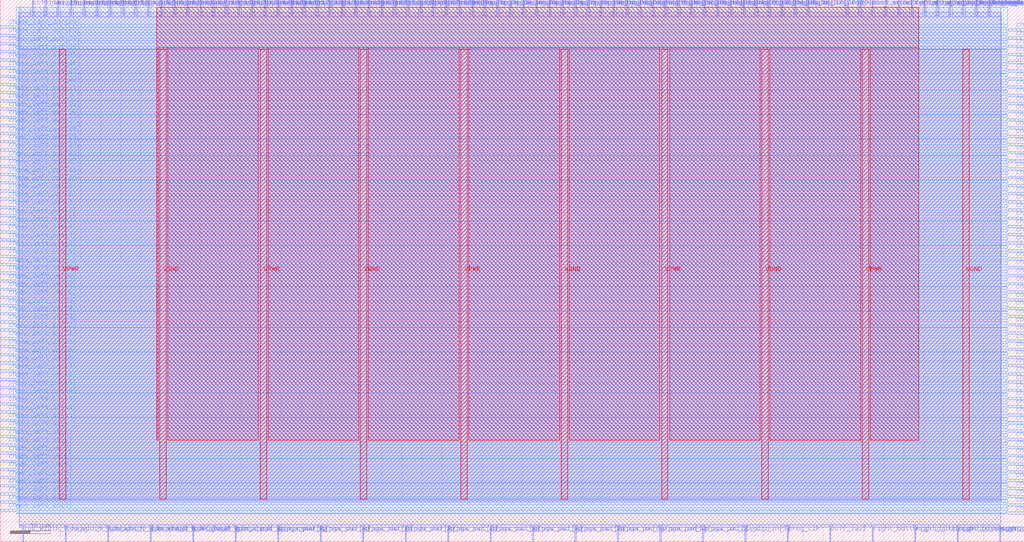
<source format=lef>
VERSION 5.7 ;
  NOWIREEXTENSIONATPIN ON ;
  DIVIDERCHAR "/" ;
  BUSBITCHARS "[]" ;
MACRO bottom_tile
  CLASS BLOCK ;
  FOREIGN bottom_tile ;
  ORIGIN 0.000 0.000 ;
  SIZE 255.000 BY 135.000 ;
  PIN VGND
    DIRECTION INOUT ;
    USE GROUND ;
    PORT
      LAYER met4 ;
        RECT 39.720 10.640 41.320 122.640 ;
    END
    PORT
      LAYER met4 ;
        RECT 89.720 10.640 91.320 122.640 ;
    END
    PORT
      LAYER met4 ;
        RECT 139.720 10.640 141.320 122.640 ;
    END
    PORT
      LAYER met4 ;
        RECT 189.720 10.640 191.320 122.640 ;
    END
    PORT
      LAYER met4 ;
        RECT 239.720 10.640 241.320 122.640 ;
    END
  END VGND
  PIN VPWR
    DIRECTION INOUT ;
    USE POWER ;
    PORT
      LAYER met4 ;
        RECT 14.720 10.640 16.320 122.640 ;
    END
    PORT
      LAYER met4 ;
        RECT 64.720 10.640 66.320 122.640 ;
    END
    PORT
      LAYER met4 ;
        RECT 114.720 10.640 116.320 122.640 ;
    END
    PORT
      LAYER met4 ;
        RECT 164.720 10.640 166.320 122.640 ;
    END
    PORT
      LAYER met4 ;
        RECT 214.720 10.640 216.320 122.640 ;
    END
  END VPWR
  PIN ccff_head
    DIRECTION INPUT ;
    USE SIGNAL ;
    PORT
      LAYER met2 ;
        RECT 47.930 0.000 48.210 4.000 ;
    END
  END ccff_head
  PIN ccff_head_1
    DIRECTION INPUT ;
    USE SIGNAL ;
    PORT
      LAYER met2 ;
        RECT 246.190 131.000 246.470 135.000 ;
    END
  END ccff_head_1
  PIN ccff_tail
    DIRECTION OUTPUT TRISTATE ;
    USE SIGNAL ;
    PORT
      LAYER met2 ;
        RECT 206.630 0.000 206.910 4.000 ;
    END
  END ccff_tail
  PIN ccff_tail_0
    DIRECTION OUTPUT TRISTATE ;
    USE SIGNAL ;
    PORT
      LAYER met2 ;
        RECT 7.910 131.000 8.190 135.000 ;
    END
  END ccff_tail_0
  PIN chanx_left_in[0]
    DIRECTION INPUT ;
    USE SIGNAL ;
    PORT
      LAYER met3 ;
        RECT 0.000 7.520 4.000 8.120 ;
    END
  END chanx_left_in[0]
  PIN chanx_left_in[10]
    DIRECTION INPUT ;
    USE SIGNAL ;
    PORT
      LAYER met3 ;
        RECT 0.000 27.920 4.000 28.520 ;
    END
  END chanx_left_in[10]
  PIN chanx_left_in[11]
    DIRECTION INPUT ;
    USE SIGNAL ;
    PORT
      LAYER met3 ;
        RECT 0.000 29.960 4.000 30.560 ;
    END
  END chanx_left_in[11]
  PIN chanx_left_in[12]
    DIRECTION INPUT ;
    USE SIGNAL ;
    PORT
      LAYER met3 ;
        RECT 0.000 32.000 4.000 32.600 ;
    END
  END chanx_left_in[12]
  PIN chanx_left_in[13]
    DIRECTION INPUT ;
    USE SIGNAL ;
    PORT
      LAYER met3 ;
        RECT 0.000 34.040 4.000 34.640 ;
    END
  END chanx_left_in[13]
  PIN chanx_left_in[14]
    DIRECTION INPUT ;
    USE SIGNAL ;
    PORT
      LAYER met3 ;
        RECT 0.000 36.080 4.000 36.680 ;
    END
  END chanx_left_in[14]
  PIN chanx_left_in[15]
    DIRECTION INPUT ;
    USE SIGNAL ;
    PORT
      LAYER met3 ;
        RECT 0.000 38.120 4.000 38.720 ;
    END
  END chanx_left_in[15]
  PIN chanx_left_in[16]
    DIRECTION INPUT ;
    USE SIGNAL ;
    PORT
      LAYER met3 ;
        RECT 0.000 40.160 4.000 40.760 ;
    END
  END chanx_left_in[16]
  PIN chanx_left_in[17]
    DIRECTION INPUT ;
    USE SIGNAL ;
    PORT
      LAYER met3 ;
        RECT 0.000 42.200 4.000 42.800 ;
    END
  END chanx_left_in[17]
  PIN chanx_left_in[18]
    DIRECTION INPUT ;
    USE SIGNAL ;
    PORT
      LAYER met3 ;
        RECT 0.000 44.240 4.000 44.840 ;
    END
  END chanx_left_in[18]
  PIN chanx_left_in[19]
    DIRECTION INPUT ;
    USE SIGNAL ;
    PORT
      LAYER met3 ;
        RECT 0.000 46.280 4.000 46.880 ;
    END
  END chanx_left_in[19]
  PIN chanx_left_in[1]
    DIRECTION INPUT ;
    USE SIGNAL ;
    PORT
      LAYER met3 ;
        RECT 0.000 9.560 4.000 10.160 ;
    END
  END chanx_left_in[1]
  PIN chanx_left_in[20]
    DIRECTION INPUT ;
    USE SIGNAL ;
    PORT
      LAYER met3 ;
        RECT 0.000 48.320 4.000 48.920 ;
    END
  END chanx_left_in[20]
  PIN chanx_left_in[21]
    DIRECTION INPUT ;
    USE SIGNAL ;
    PORT
      LAYER met3 ;
        RECT 0.000 50.360 4.000 50.960 ;
    END
  END chanx_left_in[21]
  PIN chanx_left_in[22]
    DIRECTION INPUT ;
    USE SIGNAL ;
    PORT
      LAYER met3 ;
        RECT 0.000 52.400 4.000 53.000 ;
    END
  END chanx_left_in[22]
  PIN chanx_left_in[23]
    DIRECTION INPUT ;
    USE SIGNAL ;
    PORT
      LAYER met3 ;
        RECT 0.000 54.440 4.000 55.040 ;
    END
  END chanx_left_in[23]
  PIN chanx_left_in[24]
    DIRECTION INPUT ;
    USE SIGNAL ;
    PORT
      LAYER met3 ;
        RECT 0.000 56.480 4.000 57.080 ;
    END
  END chanx_left_in[24]
  PIN chanx_left_in[25]
    DIRECTION INPUT ;
    USE SIGNAL ;
    PORT
      LAYER met3 ;
        RECT 0.000 58.520 4.000 59.120 ;
    END
  END chanx_left_in[25]
  PIN chanx_left_in[26]
    DIRECTION INPUT ;
    USE SIGNAL ;
    PORT
      LAYER met3 ;
        RECT 0.000 60.560 4.000 61.160 ;
    END
  END chanx_left_in[26]
  PIN chanx_left_in[27]
    DIRECTION INPUT ;
    USE SIGNAL ;
    PORT
      LAYER met3 ;
        RECT 0.000 62.600 4.000 63.200 ;
    END
  END chanx_left_in[27]
  PIN chanx_left_in[28]
    DIRECTION INPUT ;
    USE SIGNAL ;
    PORT
      LAYER met3 ;
        RECT 0.000 64.640 4.000 65.240 ;
    END
  END chanx_left_in[28]
  PIN chanx_left_in[29]
    DIRECTION INPUT ;
    USE SIGNAL ;
    PORT
      LAYER met3 ;
        RECT 0.000 66.680 4.000 67.280 ;
    END
  END chanx_left_in[29]
  PIN chanx_left_in[2]
    DIRECTION INPUT ;
    USE SIGNAL ;
    PORT
      LAYER met3 ;
        RECT 0.000 11.600 4.000 12.200 ;
    END
  END chanx_left_in[2]
  PIN chanx_left_in[3]
    DIRECTION INPUT ;
    USE SIGNAL ;
    PORT
      LAYER met3 ;
        RECT 0.000 13.640 4.000 14.240 ;
    END
  END chanx_left_in[3]
  PIN chanx_left_in[4]
    DIRECTION INPUT ;
    USE SIGNAL ;
    PORT
      LAYER met3 ;
        RECT 0.000 15.680 4.000 16.280 ;
    END
  END chanx_left_in[4]
  PIN chanx_left_in[5]
    DIRECTION INPUT ;
    USE SIGNAL ;
    PORT
      LAYER met3 ;
        RECT 0.000 17.720 4.000 18.320 ;
    END
  END chanx_left_in[5]
  PIN chanx_left_in[6]
    DIRECTION INPUT ;
    USE SIGNAL ;
    PORT
      LAYER met3 ;
        RECT 0.000 19.760 4.000 20.360 ;
    END
  END chanx_left_in[6]
  PIN chanx_left_in[7]
    DIRECTION INPUT ;
    USE SIGNAL ;
    PORT
      LAYER met3 ;
        RECT 0.000 21.800 4.000 22.400 ;
    END
  END chanx_left_in[7]
  PIN chanx_left_in[8]
    DIRECTION INPUT ;
    USE SIGNAL ;
    PORT
      LAYER met3 ;
        RECT 0.000 23.840 4.000 24.440 ;
    END
  END chanx_left_in[8]
  PIN chanx_left_in[9]
    DIRECTION INPUT ;
    USE SIGNAL ;
    PORT
      LAYER met3 ;
        RECT 0.000 25.880 4.000 26.480 ;
    END
  END chanx_left_in[9]
  PIN chanx_left_out[0]
    DIRECTION OUTPUT TRISTATE ;
    USE SIGNAL ;
    PORT
      LAYER met3 ;
        RECT 0.000 68.720 4.000 69.320 ;
    END
  END chanx_left_out[0]
  PIN chanx_left_out[10]
    DIRECTION OUTPUT TRISTATE ;
    USE SIGNAL ;
    PORT
      LAYER met3 ;
        RECT 0.000 89.120 4.000 89.720 ;
    END
  END chanx_left_out[10]
  PIN chanx_left_out[11]
    DIRECTION OUTPUT TRISTATE ;
    USE SIGNAL ;
    PORT
      LAYER met3 ;
        RECT 0.000 91.160 4.000 91.760 ;
    END
  END chanx_left_out[11]
  PIN chanx_left_out[12]
    DIRECTION OUTPUT TRISTATE ;
    USE SIGNAL ;
    PORT
      LAYER met3 ;
        RECT 0.000 93.200 4.000 93.800 ;
    END
  END chanx_left_out[12]
  PIN chanx_left_out[13]
    DIRECTION OUTPUT TRISTATE ;
    USE SIGNAL ;
    PORT
      LAYER met3 ;
        RECT 0.000 95.240 4.000 95.840 ;
    END
  END chanx_left_out[13]
  PIN chanx_left_out[14]
    DIRECTION OUTPUT TRISTATE ;
    USE SIGNAL ;
    PORT
      LAYER met3 ;
        RECT 0.000 97.280 4.000 97.880 ;
    END
  END chanx_left_out[14]
  PIN chanx_left_out[15]
    DIRECTION OUTPUT TRISTATE ;
    USE SIGNAL ;
    PORT
      LAYER met3 ;
        RECT 0.000 99.320 4.000 99.920 ;
    END
  END chanx_left_out[15]
  PIN chanx_left_out[16]
    DIRECTION OUTPUT TRISTATE ;
    USE SIGNAL ;
    PORT
      LAYER met3 ;
        RECT 0.000 101.360 4.000 101.960 ;
    END
  END chanx_left_out[16]
  PIN chanx_left_out[17]
    DIRECTION OUTPUT TRISTATE ;
    USE SIGNAL ;
    PORT
      LAYER met3 ;
        RECT 0.000 103.400 4.000 104.000 ;
    END
  END chanx_left_out[17]
  PIN chanx_left_out[18]
    DIRECTION OUTPUT TRISTATE ;
    USE SIGNAL ;
    PORT
      LAYER met3 ;
        RECT 0.000 105.440 4.000 106.040 ;
    END
  END chanx_left_out[18]
  PIN chanx_left_out[19]
    DIRECTION OUTPUT TRISTATE ;
    USE SIGNAL ;
    PORT
      LAYER met3 ;
        RECT 0.000 107.480 4.000 108.080 ;
    END
  END chanx_left_out[19]
  PIN chanx_left_out[1]
    DIRECTION OUTPUT TRISTATE ;
    USE SIGNAL ;
    PORT
      LAYER met3 ;
        RECT 0.000 70.760 4.000 71.360 ;
    END
  END chanx_left_out[1]
  PIN chanx_left_out[20]
    DIRECTION OUTPUT TRISTATE ;
    USE SIGNAL ;
    PORT
      LAYER met3 ;
        RECT 0.000 109.520 4.000 110.120 ;
    END
  END chanx_left_out[20]
  PIN chanx_left_out[21]
    DIRECTION OUTPUT TRISTATE ;
    USE SIGNAL ;
    PORT
      LAYER met3 ;
        RECT 0.000 111.560 4.000 112.160 ;
    END
  END chanx_left_out[21]
  PIN chanx_left_out[22]
    DIRECTION OUTPUT TRISTATE ;
    USE SIGNAL ;
    PORT
      LAYER met3 ;
        RECT 0.000 113.600 4.000 114.200 ;
    END
  END chanx_left_out[22]
  PIN chanx_left_out[23]
    DIRECTION OUTPUT TRISTATE ;
    USE SIGNAL ;
    PORT
      LAYER met3 ;
        RECT 0.000 115.640 4.000 116.240 ;
    END
  END chanx_left_out[23]
  PIN chanx_left_out[24]
    DIRECTION OUTPUT TRISTATE ;
    USE SIGNAL ;
    PORT
      LAYER met3 ;
        RECT 0.000 117.680 4.000 118.280 ;
    END
  END chanx_left_out[24]
  PIN chanx_left_out[25]
    DIRECTION OUTPUT TRISTATE ;
    USE SIGNAL ;
    PORT
      LAYER met3 ;
        RECT 0.000 119.720 4.000 120.320 ;
    END
  END chanx_left_out[25]
  PIN chanx_left_out[26]
    DIRECTION OUTPUT TRISTATE ;
    USE SIGNAL ;
    PORT
      LAYER met3 ;
        RECT 0.000 121.760 4.000 122.360 ;
    END
  END chanx_left_out[26]
  PIN chanx_left_out[27]
    DIRECTION OUTPUT TRISTATE ;
    USE SIGNAL ;
    PORT
      LAYER met3 ;
        RECT 0.000 123.800 4.000 124.400 ;
    END
  END chanx_left_out[27]
  PIN chanx_left_out[28]
    DIRECTION OUTPUT TRISTATE ;
    USE SIGNAL ;
    PORT
      LAYER met3 ;
        RECT 0.000 125.840 4.000 126.440 ;
    END
  END chanx_left_out[28]
  PIN chanx_left_out[29]
    DIRECTION OUTPUT TRISTATE ;
    USE SIGNAL ;
    PORT
      LAYER met3 ;
        RECT 0.000 127.880 4.000 128.480 ;
    END
  END chanx_left_out[29]
  PIN chanx_left_out[2]
    DIRECTION OUTPUT TRISTATE ;
    USE SIGNAL ;
    PORT
      LAYER met3 ;
        RECT 0.000 72.800 4.000 73.400 ;
    END
  END chanx_left_out[2]
  PIN chanx_left_out[3]
    DIRECTION OUTPUT TRISTATE ;
    USE SIGNAL ;
    PORT
      LAYER met3 ;
        RECT 0.000 74.840 4.000 75.440 ;
    END
  END chanx_left_out[3]
  PIN chanx_left_out[4]
    DIRECTION OUTPUT TRISTATE ;
    USE SIGNAL ;
    PORT
      LAYER met3 ;
        RECT 0.000 76.880 4.000 77.480 ;
    END
  END chanx_left_out[4]
  PIN chanx_left_out[5]
    DIRECTION OUTPUT TRISTATE ;
    USE SIGNAL ;
    PORT
      LAYER met3 ;
        RECT 0.000 78.920 4.000 79.520 ;
    END
  END chanx_left_out[5]
  PIN chanx_left_out[6]
    DIRECTION OUTPUT TRISTATE ;
    USE SIGNAL ;
    PORT
      LAYER met3 ;
        RECT 0.000 80.960 4.000 81.560 ;
    END
  END chanx_left_out[6]
  PIN chanx_left_out[7]
    DIRECTION OUTPUT TRISTATE ;
    USE SIGNAL ;
    PORT
      LAYER met3 ;
        RECT 0.000 83.000 4.000 83.600 ;
    END
  END chanx_left_out[7]
  PIN chanx_left_out[8]
    DIRECTION OUTPUT TRISTATE ;
    USE SIGNAL ;
    PORT
      LAYER met3 ;
        RECT 0.000 85.040 4.000 85.640 ;
    END
  END chanx_left_out[8]
  PIN chanx_left_out[9]
    DIRECTION OUTPUT TRISTATE ;
    USE SIGNAL ;
    PORT
      LAYER met3 ;
        RECT 0.000 87.080 4.000 87.680 ;
    END
  END chanx_left_out[9]
  PIN chanx_right_in_0[0]
    DIRECTION INPUT ;
    USE SIGNAL ;
    PORT
      LAYER met3 ;
        RECT 251.000 68.040 255.000 68.640 ;
    END
  END chanx_right_in_0[0]
  PIN chanx_right_in_0[10]
    DIRECTION INPUT ;
    USE SIGNAL ;
    PORT
      LAYER met3 ;
        RECT 251.000 88.440 255.000 89.040 ;
    END
  END chanx_right_in_0[10]
  PIN chanx_right_in_0[11]
    DIRECTION INPUT ;
    USE SIGNAL ;
    PORT
      LAYER met3 ;
        RECT 251.000 90.480 255.000 91.080 ;
    END
  END chanx_right_in_0[11]
  PIN chanx_right_in_0[12]
    DIRECTION INPUT ;
    USE SIGNAL ;
    PORT
      LAYER met3 ;
        RECT 251.000 92.520 255.000 93.120 ;
    END
  END chanx_right_in_0[12]
  PIN chanx_right_in_0[13]
    DIRECTION INPUT ;
    USE SIGNAL ;
    PORT
      LAYER met3 ;
        RECT 251.000 94.560 255.000 95.160 ;
    END
  END chanx_right_in_0[13]
  PIN chanx_right_in_0[14]
    DIRECTION INPUT ;
    USE SIGNAL ;
    PORT
      LAYER met3 ;
        RECT 251.000 96.600 255.000 97.200 ;
    END
  END chanx_right_in_0[14]
  PIN chanx_right_in_0[15]
    DIRECTION INPUT ;
    USE SIGNAL ;
    PORT
      LAYER met3 ;
        RECT 251.000 98.640 255.000 99.240 ;
    END
  END chanx_right_in_0[15]
  PIN chanx_right_in_0[16]
    DIRECTION INPUT ;
    USE SIGNAL ;
    PORT
      LAYER met3 ;
        RECT 251.000 100.680 255.000 101.280 ;
    END
  END chanx_right_in_0[16]
  PIN chanx_right_in_0[17]
    DIRECTION INPUT ;
    USE SIGNAL ;
    PORT
      LAYER met3 ;
        RECT 251.000 102.720 255.000 103.320 ;
    END
  END chanx_right_in_0[17]
  PIN chanx_right_in_0[18]
    DIRECTION INPUT ;
    USE SIGNAL ;
    PORT
      LAYER met3 ;
        RECT 251.000 104.760 255.000 105.360 ;
    END
  END chanx_right_in_0[18]
  PIN chanx_right_in_0[19]
    DIRECTION INPUT ;
    USE SIGNAL ;
    PORT
      LAYER met3 ;
        RECT 251.000 106.800 255.000 107.400 ;
    END
  END chanx_right_in_0[19]
  PIN chanx_right_in_0[1]
    DIRECTION INPUT ;
    USE SIGNAL ;
    PORT
      LAYER met3 ;
        RECT 251.000 70.080 255.000 70.680 ;
    END
  END chanx_right_in_0[1]
  PIN chanx_right_in_0[20]
    DIRECTION INPUT ;
    USE SIGNAL ;
    PORT
      LAYER met3 ;
        RECT 251.000 108.840 255.000 109.440 ;
    END
  END chanx_right_in_0[20]
  PIN chanx_right_in_0[21]
    DIRECTION INPUT ;
    USE SIGNAL ;
    PORT
      LAYER met3 ;
        RECT 251.000 110.880 255.000 111.480 ;
    END
  END chanx_right_in_0[21]
  PIN chanx_right_in_0[22]
    DIRECTION INPUT ;
    USE SIGNAL ;
    PORT
      LAYER met3 ;
        RECT 251.000 112.920 255.000 113.520 ;
    END
  END chanx_right_in_0[22]
  PIN chanx_right_in_0[23]
    DIRECTION INPUT ;
    USE SIGNAL ;
    PORT
      LAYER met3 ;
        RECT 251.000 114.960 255.000 115.560 ;
    END
  END chanx_right_in_0[23]
  PIN chanx_right_in_0[24]
    DIRECTION INPUT ;
    USE SIGNAL ;
    PORT
      LAYER met3 ;
        RECT 251.000 117.000 255.000 117.600 ;
    END
  END chanx_right_in_0[24]
  PIN chanx_right_in_0[25]
    DIRECTION INPUT ;
    USE SIGNAL ;
    PORT
      LAYER met3 ;
        RECT 251.000 119.040 255.000 119.640 ;
    END
  END chanx_right_in_0[25]
  PIN chanx_right_in_0[26]
    DIRECTION INPUT ;
    USE SIGNAL ;
    PORT
      LAYER met3 ;
        RECT 251.000 121.080 255.000 121.680 ;
    END
  END chanx_right_in_0[26]
  PIN chanx_right_in_0[27]
    DIRECTION INPUT ;
    USE SIGNAL ;
    PORT
      LAYER met3 ;
        RECT 251.000 123.120 255.000 123.720 ;
    END
  END chanx_right_in_0[27]
  PIN chanx_right_in_0[28]
    DIRECTION INPUT ;
    USE SIGNAL ;
    PORT
      LAYER met3 ;
        RECT 251.000 125.160 255.000 125.760 ;
    END
  END chanx_right_in_0[28]
  PIN chanx_right_in_0[29]
    DIRECTION INPUT ;
    USE SIGNAL ;
    PORT
      LAYER met3 ;
        RECT 251.000 127.200 255.000 127.800 ;
    END
  END chanx_right_in_0[29]
  PIN chanx_right_in_0[2]
    DIRECTION INPUT ;
    USE SIGNAL ;
    PORT
      LAYER met3 ;
        RECT 251.000 72.120 255.000 72.720 ;
    END
  END chanx_right_in_0[2]
  PIN chanx_right_in_0[3]
    DIRECTION INPUT ;
    USE SIGNAL ;
    PORT
      LAYER met3 ;
        RECT 251.000 74.160 255.000 74.760 ;
    END
  END chanx_right_in_0[3]
  PIN chanx_right_in_0[4]
    DIRECTION INPUT ;
    USE SIGNAL ;
    PORT
      LAYER met3 ;
        RECT 251.000 76.200 255.000 76.800 ;
    END
  END chanx_right_in_0[4]
  PIN chanx_right_in_0[5]
    DIRECTION INPUT ;
    USE SIGNAL ;
    PORT
      LAYER met3 ;
        RECT 251.000 78.240 255.000 78.840 ;
    END
  END chanx_right_in_0[5]
  PIN chanx_right_in_0[6]
    DIRECTION INPUT ;
    USE SIGNAL ;
    PORT
      LAYER met3 ;
        RECT 251.000 80.280 255.000 80.880 ;
    END
  END chanx_right_in_0[6]
  PIN chanx_right_in_0[7]
    DIRECTION INPUT ;
    USE SIGNAL ;
    PORT
      LAYER met3 ;
        RECT 251.000 82.320 255.000 82.920 ;
    END
  END chanx_right_in_0[7]
  PIN chanx_right_in_0[8]
    DIRECTION INPUT ;
    USE SIGNAL ;
    PORT
      LAYER met3 ;
        RECT 251.000 84.360 255.000 84.960 ;
    END
  END chanx_right_in_0[8]
  PIN chanx_right_in_0[9]
    DIRECTION INPUT ;
    USE SIGNAL ;
    PORT
      LAYER met3 ;
        RECT 251.000 86.400 255.000 87.000 ;
    END
  END chanx_right_in_0[9]
  PIN chanx_right_out_0[0]
    DIRECTION OUTPUT TRISTATE ;
    USE SIGNAL ;
    PORT
      LAYER met3 ;
        RECT 251.000 6.840 255.000 7.440 ;
    END
  END chanx_right_out_0[0]
  PIN chanx_right_out_0[10]
    DIRECTION OUTPUT TRISTATE ;
    USE SIGNAL ;
    PORT
      LAYER met3 ;
        RECT 251.000 27.240 255.000 27.840 ;
    END
  END chanx_right_out_0[10]
  PIN chanx_right_out_0[11]
    DIRECTION OUTPUT TRISTATE ;
    USE SIGNAL ;
    PORT
      LAYER met3 ;
        RECT 251.000 29.280 255.000 29.880 ;
    END
  END chanx_right_out_0[11]
  PIN chanx_right_out_0[12]
    DIRECTION OUTPUT TRISTATE ;
    USE SIGNAL ;
    PORT
      LAYER met3 ;
        RECT 251.000 31.320 255.000 31.920 ;
    END
  END chanx_right_out_0[12]
  PIN chanx_right_out_0[13]
    DIRECTION OUTPUT TRISTATE ;
    USE SIGNAL ;
    PORT
      LAYER met3 ;
        RECT 251.000 33.360 255.000 33.960 ;
    END
  END chanx_right_out_0[13]
  PIN chanx_right_out_0[14]
    DIRECTION OUTPUT TRISTATE ;
    USE SIGNAL ;
    PORT
      LAYER met3 ;
        RECT 251.000 35.400 255.000 36.000 ;
    END
  END chanx_right_out_0[14]
  PIN chanx_right_out_0[15]
    DIRECTION OUTPUT TRISTATE ;
    USE SIGNAL ;
    PORT
      LAYER met3 ;
        RECT 251.000 37.440 255.000 38.040 ;
    END
  END chanx_right_out_0[15]
  PIN chanx_right_out_0[16]
    DIRECTION OUTPUT TRISTATE ;
    USE SIGNAL ;
    PORT
      LAYER met3 ;
        RECT 251.000 39.480 255.000 40.080 ;
    END
  END chanx_right_out_0[16]
  PIN chanx_right_out_0[17]
    DIRECTION OUTPUT TRISTATE ;
    USE SIGNAL ;
    PORT
      LAYER met3 ;
        RECT 251.000 41.520 255.000 42.120 ;
    END
  END chanx_right_out_0[17]
  PIN chanx_right_out_0[18]
    DIRECTION OUTPUT TRISTATE ;
    USE SIGNAL ;
    PORT
      LAYER met3 ;
        RECT 251.000 43.560 255.000 44.160 ;
    END
  END chanx_right_out_0[18]
  PIN chanx_right_out_0[19]
    DIRECTION OUTPUT TRISTATE ;
    USE SIGNAL ;
    PORT
      LAYER met3 ;
        RECT 251.000 45.600 255.000 46.200 ;
    END
  END chanx_right_out_0[19]
  PIN chanx_right_out_0[1]
    DIRECTION OUTPUT TRISTATE ;
    USE SIGNAL ;
    PORT
      LAYER met3 ;
        RECT 251.000 8.880 255.000 9.480 ;
    END
  END chanx_right_out_0[1]
  PIN chanx_right_out_0[20]
    DIRECTION OUTPUT TRISTATE ;
    USE SIGNAL ;
    PORT
      LAYER met3 ;
        RECT 251.000 47.640 255.000 48.240 ;
    END
  END chanx_right_out_0[20]
  PIN chanx_right_out_0[21]
    DIRECTION OUTPUT TRISTATE ;
    USE SIGNAL ;
    PORT
      LAYER met3 ;
        RECT 251.000 49.680 255.000 50.280 ;
    END
  END chanx_right_out_0[21]
  PIN chanx_right_out_0[22]
    DIRECTION OUTPUT TRISTATE ;
    USE SIGNAL ;
    PORT
      LAYER met3 ;
        RECT 251.000 51.720 255.000 52.320 ;
    END
  END chanx_right_out_0[22]
  PIN chanx_right_out_0[23]
    DIRECTION OUTPUT TRISTATE ;
    USE SIGNAL ;
    PORT
      LAYER met3 ;
        RECT 251.000 53.760 255.000 54.360 ;
    END
  END chanx_right_out_0[23]
  PIN chanx_right_out_0[24]
    DIRECTION OUTPUT TRISTATE ;
    USE SIGNAL ;
    PORT
      LAYER met3 ;
        RECT 251.000 55.800 255.000 56.400 ;
    END
  END chanx_right_out_0[24]
  PIN chanx_right_out_0[25]
    DIRECTION OUTPUT TRISTATE ;
    USE SIGNAL ;
    PORT
      LAYER met3 ;
        RECT 251.000 57.840 255.000 58.440 ;
    END
  END chanx_right_out_0[25]
  PIN chanx_right_out_0[26]
    DIRECTION OUTPUT TRISTATE ;
    USE SIGNAL ;
    PORT
      LAYER met3 ;
        RECT 251.000 59.880 255.000 60.480 ;
    END
  END chanx_right_out_0[26]
  PIN chanx_right_out_0[27]
    DIRECTION OUTPUT TRISTATE ;
    USE SIGNAL ;
    PORT
      LAYER met3 ;
        RECT 251.000 61.920 255.000 62.520 ;
    END
  END chanx_right_out_0[27]
  PIN chanx_right_out_0[28]
    DIRECTION OUTPUT TRISTATE ;
    USE SIGNAL ;
    PORT
      LAYER met3 ;
        RECT 251.000 63.960 255.000 64.560 ;
    END
  END chanx_right_out_0[28]
  PIN chanx_right_out_0[29]
    DIRECTION OUTPUT TRISTATE ;
    USE SIGNAL ;
    PORT
      LAYER met3 ;
        RECT 251.000 66.000 255.000 66.600 ;
    END
  END chanx_right_out_0[29]
  PIN chanx_right_out_0[2]
    DIRECTION OUTPUT TRISTATE ;
    USE SIGNAL ;
    PORT
      LAYER met3 ;
        RECT 251.000 10.920 255.000 11.520 ;
    END
  END chanx_right_out_0[2]
  PIN chanx_right_out_0[3]
    DIRECTION OUTPUT TRISTATE ;
    USE SIGNAL ;
    PORT
      LAYER met3 ;
        RECT 251.000 12.960 255.000 13.560 ;
    END
  END chanx_right_out_0[3]
  PIN chanx_right_out_0[4]
    DIRECTION OUTPUT TRISTATE ;
    USE SIGNAL ;
    PORT
      LAYER met3 ;
        RECT 251.000 15.000 255.000 15.600 ;
    END
  END chanx_right_out_0[4]
  PIN chanx_right_out_0[5]
    DIRECTION OUTPUT TRISTATE ;
    USE SIGNAL ;
    PORT
      LAYER met3 ;
        RECT 251.000 17.040 255.000 17.640 ;
    END
  END chanx_right_out_0[5]
  PIN chanx_right_out_0[6]
    DIRECTION OUTPUT TRISTATE ;
    USE SIGNAL ;
    PORT
      LAYER met3 ;
        RECT 251.000 19.080 255.000 19.680 ;
    END
  END chanx_right_out_0[6]
  PIN chanx_right_out_0[7]
    DIRECTION OUTPUT TRISTATE ;
    USE SIGNAL ;
    PORT
      LAYER met3 ;
        RECT 251.000 21.120 255.000 21.720 ;
    END
  END chanx_right_out_0[7]
  PIN chanx_right_out_0[8]
    DIRECTION OUTPUT TRISTATE ;
    USE SIGNAL ;
    PORT
      LAYER met3 ;
        RECT 251.000 23.160 255.000 23.760 ;
    END
  END chanx_right_out_0[8]
  PIN chanx_right_out_0[9]
    DIRECTION OUTPUT TRISTATE ;
    USE SIGNAL ;
    PORT
      LAYER met3 ;
        RECT 251.000 25.200 255.000 25.800 ;
    END
  END chanx_right_out_0[9]
  PIN chany_top_in[0]
    DIRECTION INPUT ;
    USE SIGNAL ;
    PORT
      LAYER met2 ;
        RECT 107.730 131.000 108.010 135.000 ;
    END
  END chany_top_in[0]
  PIN chany_top_in[10]
    DIRECTION INPUT ;
    USE SIGNAL ;
    PORT
      LAYER met2 ;
        RECT 139.930 131.000 140.210 135.000 ;
    END
  END chany_top_in[10]
  PIN chany_top_in[11]
    DIRECTION INPUT ;
    USE SIGNAL ;
    PORT
      LAYER met2 ;
        RECT 143.150 131.000 143.430 135.000 ;
    END
  END chany_top_in[11]
  PIN chany_top_in[12]
    DIRECTION INPUT ;
    USE SIGNAL ;
    PORT
      LAYER met2 ;
        RECT 146.370 131.000 146.650 135.000 ;
    END
  END chany_top_in[12]
  PIN chany_top_in[13]
    DIRECTION INPUT ;
    USE SIGNAL ;
    PORT
      LAYER met2 ;
        RECT 149.590 131.000 149.870 135.000 ;
    END
  END chany_top_in[13]
  PIN chany_top_in[14]
    DIRECTION INPUT ;
    USE SIGNAL ;
    PORT
      LAYER met2 ;
        RECT 152.810 131.000 153.090 135.000 ;
    END
  END chany_top_in[14]
  PIN chany_top_in[15]
    DIRECTION INPUT ;
    USE SIGNAL ;
    PORT
      LAYER met2 ;
        RECT 156.030 131.000 156.310 135.000 ;
    END
  END chany_top_in[15]
  PIN chany_top_in[16]
    DIRECTION INPUT ;
    USE SIGNAL ;
    PORT
      LAYER met2 ;
        RECT 159.250 131.000 159.530 135.000 ;
    END
  END chany_top_in[16]
  PIN chany_top_in[17]
    DIRECTION INPUT ;
    USE SIGNAL ;
    PORT
      LAYER met2 ;
        RECT 162.470 131.000 162.750 135.000 ;
    END
  END chany_top_in[17]
  PIN chany_top_in[18]
    DIRECTION INPUT ;
    USE SIGNAL ;
    PORT
      LAYER met2 ;
        RECT 165.690 131.000 165.970 135.000 ;
    END
  END chany_top_in[18]
  PIN chany_top_in[19]
    DIRECTION INPUT ;
    USE SIGNAL ;
    PORT
      LAYER met2 ;
        RECT 168.910 131.000 169.190 135.000 ;
    END
  END chany_top_in[19]
  PIN chany_top_in[1]
    DIRECTION INPUT ;
    USE SIGNAL ;
    PORT
      LAYER met2 ;
        RECT 110.950 131.000 111.230 135.000 ;
    END
  END chany_top_in[1]
  PIN chany_top_in[20]
    DIRECTION INPUT ;
    USE SIGNAL ;
    PORT
      LAYER met2 ;
        RECT 172.130 131.000 172.410 135.000 ;
    END
  END chany_top_in[20]
  PIN chany_top_in[21]
    DIRECTION INPUT ;
    USE SIGNAL ;
    PORT
      LAYER met2 ;
        RECT 175.350 131.000 175.630 135.000 ;
    END
  END chany_top_in[21]
  PIN chany_top_in[22]
    DIRECTION INPUT ;
    USE SIGNAL ;
    PORT
      LAYER met2 ;
        RECT 178.570 131.000 178.850 135.000 ;
    END
  END chany_top_in[22]
  PIN chany_top_in[23]
    DIRECTION INPUT ;
    USE SIGNAL ;
    PORT
      LAYER met2 ;
        RECT 181.790 131.000 182.070 135.000 ;
    END
  END chany_top_in[23]
  PIN chany_top_in[24]
    DIRECTION INPUT ;
    USE SIGNAL ;
    PORT
      LAYER met2 ;
        RECT 185.010 131.000 185.290 135.000 ;
    END
  END chany_top_in[24]
  PIN chany_top_in[25]
    DIRECTION INPUT ;
    USE SIGNAL ;
    PORT
      LAYER met2 ;
        RECT 188.230 131.000 188.510 135.000 ;
    END
  END chany_top_in[25]
  PIN chany_top_in[26]
    DIRECTION INPUT ;
    USE SIGNAL ;
    PORT
      LAYER met2 ;
        RECT 191.450 131.000 191.730 135.000 ;
    END
  END chany_top_in[26]
  PIN chany_top_in[27]
    DIRECTION INPUT ;
    USE SIGNAL ;
    PORT
      LAYER met2 ;
        RECT 194.670 131.000 194.950 135.000 ;
    END
  END chany_top_in[27]
  PIN chany_top_in[28]
    DIRECTION INPUT ;
    USE SIGNAL ;
    PORT
      LAYER met2 ;
        RECT 197.890 131.000 198.170 135.000 ;
    END
  END chany_top_in[28]
  PIN chany_top_in[29]
    DIRECTION INPUT ;
    USE SIGNAL ;
    PORT
      LAYER met2 ;
        RECT 201.110 131.000 201.390 135.000 ;
    END
  END chany_top_in[29]
  PIN chany_top_in[2]
    DIRECTION INPUT ;
    USE SIGNAL ;
    PORT
      LAYER met2 ;
        RECT 114.170 131.000 114.450 135.000 ;
    END
  END chany_top_in[2]
  PIN chany_top_in[3]
    DIRECTION INPUT ;
    USE SIGNAL ;
    PORT
      LAYER met2 ;
        RECT 117.390 131.000 117.670 135.000 ;
    END
  END chany_top_in[3]
  PIN chany_top_in[4]
    DIRECTION INPUT ;
    USE SIGNAL ;
    PORT
      LAYER met2 ;
        RECT 120.610 131.000 120.890 135.000 ;
    END
  END chany_top_in[4]
  PIN chany_top_in[5]
    DIRECTION INPUT ;
    USE SIGNAL ;
    PORT
      LAYER met2 ;
        RECT 123.830 131.000 124.110 135.000 ;
    END
  END chany_top_in[5]
  PIN chany_top_in[6]
    DIRECTION INPUT ;
    USE SIGNAL ;
    PORT
      LAYER met2 ;
        RECT 127.050 131.000 127.330 135.000 ;
    END
  END chany_top_in[6]
  PIN chany_top_in[7]
    DIRECTION INPUT ;
    USE SIGNAL ;
    PORT
      LAYER met2 ;
        RECT 130.270 131.000 130.550 135.000 ;
    END
  END chany_top_in[7]
  PIN chany_top_in[8]
    DIRECTION INPUT ;
    USE SIGNAL ;
    PORT
      LAYER met2 ;
        RECT 133.490 131.000 133.770 135.000 ;
    END
  END chany_top_in[8]
  PIN chany_top_in[9]
    DIRECTION INPUT ;
    USE SIGNAL ;
    PORT
      LAYER met2 ;
        RECT 136.710 131.000 136.990 135.000 ;
    END
  END chany_top_in[9]
  PIN chany_top_out[0]
    DIRECTION OUTPUT TRISTATE ;
    USE SIGNAL ;
    PORT
      LAYER met2 ;
        RECT 11.130 131.000 11.410 135.000 ;
    END
  END chany_top_out[0]
  PIN chany_top_out[10]
    DIRECTION OUTPUT TRISTATE ;
    USE SIGNAL ;
    PORT
      LAYER met2 ;
        RECT 43.330 131.000 43.610 135.000 ;
    END
  END chany_top_out[10]
  PIN chany_top_out[11]
    DIRECTION OUTPUT TRISTATE ;
    USE SIGNAL ;
    PORT
      LAYER met2 ;
        RECT 46.550 131.000 46.830 135.000 ;
    END
  END chany_top_out[11]
  PIN chany_top_out[12]
    DIRECTION OUTPUT TRISTATE ;
    USE SIGNAL ;
    PORT
      LAYER met2 ;
        RECT 49.770 131.000 50.050 135.000 ;
    END
  END chany_top_out[12]
  PIN chany_top_out[13]
    DIRECTION OUTPUT TRISTATE ;
    USE SIGNAL ;
    PORT
      LAYER met2 ;
        RECT 52.990 131.000 53.270 135.000 ;
    END
  END chany_top_out[13]
  PIN chany_top_out[14]
    DIRECTION OUTPUT TRISTATE ;
    USE SIGNAL ;
    PORT
      LAYER met2 ;
        RECT 56.210 131.000 56.490 135.000 ;
    END
  END chany_top_out[14]
  PIN chany_top_out[15]
    DIRECTION OUTPUT TRISTATE ;
    USE SIGNAL ;
    PORT
      LAYER met2 ;
        RECT 59.430 131.000 59.710 135.000 ;
    END
  END chany_top_out[15]
  PIN chany_top_out[16]
    DIRECTION OUTPUT TRISTATE ;
    USE SIGNAL ;
    PORT
      LAYER met2 ;
        RECT 62.650 131.000 62.930 135.000 ;
    END
  END chany_top_out[16]
  PIN chany_top_out[17]
    DIRECTION OUTPUT TRISTATE ;
    USE SIGNAL ;
    PORT
      LAYER met2 ;
        RECT 65.870 131.000 66.150 135.000 ;
    END
  END chany_top_out[17]
  PIN chany_top_out[18]
    DIRECTION OUTPUT TRISTATE ;
    USE SIGNAL ;
    PORT
      LAYER met2 ;
        RECT 69.090 131.000 69.370 135.000 ;
    END
  END chany_top_out[18]
  PIN chany_top_out[19]
    DIRECTION OUTPUT TRISTATE ;
    USE SIGNAL ;
    PORT
      LAYER met2 ;
        RECT 72.310 131.000 72.590 135.000 ;
    END
  END chany_top_out[19]
  PIN chany_top_out[1]
    DIRECTION OUTPUT TRISTATE ;
    USE SIGNAL ;
    PORT
      LAYER met2 ;
        RECT 14.350 131.000 14.630 135.000 ;
    END
  END chany_top_out[1]
  PIN chany_top_out[20]
    DIRECTION OUTPUT TRISTATE ;
    USE SIGNAL ;
    PORT
      LAYER met2 ;
        RECT 75.530 131.000 75.810 135.000 ;
    END
  END chany_top_out[20]
  PIN chany_top_out[21]
    DIRECTION OUTPUT TRISTATE ;
    USE SIGNAL ;
    PORT
      LAYER met2 ;
        RECT 78.750 131.000 79.030 135.000 ;
    END
  END chany_top_out[21]
  PIN chany_top_out[22]
    DIRECTION OUTPUT TRISTATE ;
    USE SIGNAL ;
    PORT
      LAYER met2 ;
        RECT 81.970 131.000 82.250 135.000 ;
    END
  END chany_top_out[22]
  PIN chany_top_out[23]
    DIRECTION OUTPUT TRISTATE ;
    USE SIGNAL ;
    PORT
      LAYER met2 ;
        RECT 85.190 131.000 85.470 135.000 ;
    END
  END chany_top_out[23]
  PIN chany_top_out[24]
    DIRECTION OUTPUT TRISTATE ;
    USE SIGNAL ;
    PORT
      LAYER met2 ;
        RECT 88.410 131.000 88.690 135.000 ;
    END
  END chany_top_out[24]
  PIN chany_top_out[25]
    DIRECTION OUTPUT TRISTATE ;
    USE SIGNAL ;
    PORT
      LAYER met2 ;
        RECT 91.630 131.000 91.910 135.000 ;
    END
  END chany_top_out[25]
  PIN chany_top_out[26]
    DIRECTION OUTPUT TRISTATE ;
    USE SIGNAL ;
    PORT
      LAYER met2 ;
        RECT 94.850 131.000 95.130 135.000 ;
    END
  END chany_top_out[26]
  PIN chany_top_out[27]
    DIRECTION OUTPUT TRISTATE ;
    USE SIGNAL ;
    PORT
      LAYER met2 ;
        RECT 98.070 131.000 98.350 135.000 ;
    END
  END chany_top_out[27]
  PIN chany_top_out[28]
    DIRECTION OUTPUT TRISTATE ;
    USE SIGNAL ;
    PORT
      LAYER met2 ;
        RECT 101.290 131.000 101.570 135.000 ;
    END
  END chany_top_out[28]
  PIN chany_top_out[29]
    DIRECTION OUTPUT TRISTATE ;
    USE SIGNAL ;
    PORT
      LAYER met2 ;
        RECT 104.510 131.000 104.790 135.000 ;
    END
  END chany_top_out[29]
  PIN chany_top_out[2]
    DIRECTION OUTPUT TRISTATE ;
    USE SIGNAL ;
    PORT
      LAYER met2 ;
        RECT 17.570 131.000 17.850 135.000 ;
    END
  END chany_top_out[2]
  PIN chany_top_out[3]
    DIRECTION OUTPUT TRISTATE ;
    USE SIGNAL ;
    PORT
      LAYER met2 ;
        RECT 20.790 131.000 21.070 135.000 ;
    END
  END chany_top_out[3]
  PIN chany_top_out[4]
    DIRECTION OUTPUT TRISTATE ;
    USE SIGNAL ;
    PORT
      LAYER met2 ;
        RECT 24.010 131.000 24.290 135.000 ;
    END
  END chany_top_out[4]
  PIN chany_top_out[5]
    DIRECTION OUTPUT TRISTATE ;
    USE SIGNAL ;
    PORT
      LAYER met2 ;
        RECT 27.230 131.000 27.510 135.000 ;
    END
  END chany_top_out[5]
  PIN chany_top_out[6]
    DIRECTION OUTPUT TRISTATE ;
    USE SIGNAL ;
    PORT
      LAYER met2 ;
        RECT 30.450 131.000 30.730 135.000 ;
    END
  END chany_top_out[6]
  PIN chany_top_out[7]
    DIRECTION OUTPUT TRISTATE ;
    USE SIGNAL ;
    PORT
      LAYER met2 ;
        RECT 33.670 131.000 33.950 135.000 ;
    END
  END chany_top_out[7]
  PIN chany_top_out[8]
    DIRECTION OUTPUT TRISTATE ;
    USE SIGNAL ;
    PORT
      LAYER met2 ;
        RECT 36.890 131.000 37.170 135.000 ;
    END
  END chany_top_out[8]
  PIN chany_top_out[9]
    DIRECTION OUTPUT TRISTATE ;
    USE SIGNAL ;
    PORT
      LAYER met2 ;
        RECT 40.110 131.000 40.390 135.000 ;
    END
  END chany_top_out[9]
  PIN gfpga_pad_io_soc_dir[0]
    DIRECTION OUTPUT TRISTATE ;
    USE SIGNAL ;
    PORT
      LAYER met2 ;
        RECT 58.510 0.000 58.790 4.000 ;
    END
  END gfpga_pad_io_soc_dir[0]
  PIN gfpga_pad_io_soc_dir[1]
    DIRECTION OUTPUT TRISTATE ;
    USE SIGNAL ;
    PORT
      LAYER met2 ;
        RECT 69.090 0.000 69.370 4.000 ;
    END
  END gfpga_pad_io_soc_dir[1]
  PIN gfpga_pad_io_soc_dir[2]
    DIRECTION OUTPUT TRISTATE ;
    USE SIGNAL ;
    PORT
      LAYER met2 ;
        RECT 79.670 0.000 79.950 4.000 ;
    END
  END gfpga_pad_io_soc_dir[2]
  PIN gfpga_pad_io_soc_dir[3]
    DIRECTION OUTPUT TRISTATE ;
    USE SIGNAL ;
    PORT
      LAYER met2 ;
        RECT 90.250 0.000 90.530 4.000 ;
    END
  END gfpga_pad_io_soc_dir[3]
  PIN gfpga_pad_io_soc_in[0]
    DIRECTION INPUT ;
    USE SIGNAL ;
    PORT
      LAYER met2 ;
        RECT 143.150 0.000 143.430 4.000 ;
    END
  END gfpga_pad_io_soc_in[0]
  PIN gfpga_pad_io_soc_in[1]
    DIRECTION INPUT ;
    USE SIGNAL ;
    PORT
      LAYER met2 ;
        RECT 153.730 0.000 154.010 4.000 ;
    END
  END gfpga_pad_io_soc_in[1]
  PIN gfpga_pad_io_soc_in[2]
    DIRECTION INPUT ;
    USE SIGNAL ;
    PORT
      LAYER met2 ;
        RECT 164.310 0.000 164.590 4.000 ;
    END
  END gfpga_pad_io_soc_in[2]
  PIN gfpga_pad_io_soc_in[3]
    DIRECTION INPUT ;
    USE SIGNAL ;
    PORT
      LAYER met2 ;
        RECT 174.890 0.000 175.170 4.000 ;
    END
  END gfpga_pad_io_soc_in[3]
  PIN gfpga_pad_io_soc_out[0]
    DIRECTION OUTPUT TRISTATE ;
    USE SIGNAL ;
    PORT
      LAYER met2 ;
        RECT 100.830 0.000 101.110 4.000 ;
    END
  END gfpga_pad_io_soc_out[0]
  PIN gfpga_pad_io_soc_out[1]
    DIRECTION OUTPUT TRISTATE ;
    USE SIGNAL ;
    PORT
      LAYER met2 ;
        RECT 111.410 0.000 111.690 4.000 ;
    END
  END gfpga_pad_io_soc_out[1]
  PIN gfpga_pad_io_soc_out[2]
    DIRECTION OUTPUT TRISTATE ;
    USE SIGNAL ;
    PORT
      LAYER met2 ;
        RECT 121.990 0.000 122.270 4.000 ;
    END
  END gfpga_pad_io_soc_out[2]
  PIN gfpga_pad_io_soc_out[3]
    DIRECTION OUTPUT TRISTATE ;
    USE SIGNAL ;
    PORT
      LAYER met2 ;
        RECT 132.570 0.000 132.850 4.000 ;
    END
  END gfpga_pad_io_soc_out[3]
  PIN isol_n
    DIRECTION INPUT ;
    USE SIGNAL ;
    PORT
      LAYER met2 ;
        RECT 185.470 0.000 185.750 4.000 ;
    END
  END isol_n
  PIN prog_clk
    DIRECTION INPUT ;
    USE SIGNAL ;
    PORT
      LAYER met2 ;
        RECT 196.050 0.000 196.330 4.000 ;
    END
  END prog_clk
  PIN prog_reset
    DIRECTION INPUT ;
    USE SIGNAL ;
    PORT
      LAYER met2 ;
        RECT 210.770 131.000 211.050 135.000 ;
    END
  END prog_reset
  PIN reset
    DIRECTION INPUT ;
    USE SIGNAL ;
    PORT
      LAYER met2 ;
        RECT 213.990 131.000 214.270 135.000 ;
    END
  END reset
  PIN right_bottom_grid_top_width_0_height_0_subtile_0__pin_inpad_0_
    DIRECTION INPUT ;
    USE SIGNAL ;
    PORT
      LAYER met2 ;
        RECT 217.210 0.000 217.490 4.000 ;
    END
  END right_bottom_grid_top_width_0_height_0_subtile_0__pin_inpad_0_
  PIN right_bottom_grid_top_width_0_height_0_subtile_1__pin_inpad_0_
    DIRECTION INPUT ;
    USE SIGNAL ;
    PORT
      LAYER met2 ;
        RECT 227.790 0.000 228.070 4.000 ;
    END
  END right_bottom_grid_top_width_0_height_0_subtile_1__pin_inpad_0_
  PIN right_bottom_grid_top_width_0_height_0_subtile_2__pin_inpad_0_
    DIRECTION INPUT ;
    USE SIGNAL ;
    PORT
      LAYER met2 ;
        RECT 238.370 0.000 238.650 4.000 ;
    END
  END right_bottom_grid_top_width_0_height_0_subtile_2__pin_inpad_0_
  PIN right_bottom_grid_top_width_0_height_0_subtile_3__pin_inpad_0_
    DIRECTION INPUT ;
    USE SIGNAL ;
    PORT
      LAYER met2 ;
        RECT 248.950 0.000 249.230 4.000 ;
    END
  END right_bottom_grid_top_width_0_height_0_subtile_3__pin_inpad_0_
  PIN test_enable
    DIRECTION INPUT ;
    USE SIGNAL ;
    PORT
      LAYER met2 ;
        RECT 217.210 131.000 217.490 135.000 ;
    END
  END test_enable
  PIN top_left_grid_right_width_0_height_0_subtile_0__pin_O_10_
    DIRECTION INPUT ;
    USE SIGNAL ;
    PORT
      LAYER met2 ;
        RECT 226.870 131.000 227.150 135.000 ;
    END
  END top_left_grid_right_width_0_height_0_subtile_0__pin_O_10_
  PIN top_left_grid_right_width_0_height_0_subtile_0__pin_O_11_
    DIRECTION INPUT ;
    USE SIGNAL ;
    PORT
      LAYER met2 ;
        RECT 230.090 131.000 230.370 135.000 ;
    END
  END top_left_grid_right_width_0_height_0_subtile_0__pin_O_11_
  PIN top_left_grid_right_width_0_height_0_subtile_0__pin_O_12_
    DIRECTION INPUT ;
    USE SIGNAL ;
    PORT
      LAYER met2 ;
        RECT 233.310 131.000 233.590 135.000 ;
    END
  END top_left_grid_right_width_0_height_0_subtile_0__pin_O_12_
  PIN top_left_grid_right_width_0_height_0_subtile_0__pin_O_13_
    DIRECTION INPUT ;
    USE SIGNAL ;
    PORT
      LAYER met2 ;
        RECT 236.530 131.000 236.810 135.000 ;
    END
  END top_left_grid_right_width_0_height_0_subtile_0__pin_O_13_
  PIN top_left_grid_right_width_0_height_0_subtile_0__pin_O_14_
    DIRECTION INPUT ;
    USE SIGNAL ;
    PORT
      LAYER met2 ;
        RECT 239.750 131.000 240.030 135.000 ;
    END
  END top_left_grid_right_width_0_height_0_subtile_0__pin_O_14_
  PIN top_left_grid_right_width_0_height_0_subtile_0__pin_O_15_
    DIRECTION INPUT ;
    USE SIGNAL ;
    PORT
      LAYER met2 ;
        RECT 242.970 131.000 243.250 135.000 ;
    END
  END top_left_grid_right_width_0_height_0_subtile_0__pin_O_15_
  PIN top_left_grid_right_width_0_height_0_subtile_0__pin_O_8_
    DIRECTION INPUT ;
    USE SIGNAL ;
    PORT
      LAYER met2 ;
        RECT 220.430 131.000 220.710 135.000 ;
    END
  END top_left_grid_right_width_0_height_0_subtile_0__pin_O_8_
  PIN top_left_grid_right_width_0_height_0_subtile_0__pin_O_9_
    DIRECTION INPUT ;
    USE SIGNAL ;
    PORT
      LAYER met2 ;
        RECT 223.650 131.000 223.930 135.000 ;
    END
  END top_left_grid_right_width_0_height_0_subtile_0__pin_O_9_
  PIN top_width_0_height_0_subtile_0__pin_inpad_0_
    DIRECTION OUTPUT TRISTATE ;
    USE SIGNAL ;
    PORT
      LAYER met2 ;
        RECT 5.610 0.000 5.890 4.000 ;
    END
  END top_width_0_height_0_subtile_0__pin_inpad_0_
  PIN top_width_0_height_0_subtile_1__pin_inpad_0_
    DIRECTION OUTPUT TRISTATE ;
    USE SIGNAL ;
    PORT
      LAYER met2 ;
        RECT 16.190 0.000 16.470 4.000 ;
    END
  END top_width_0_height_0_subtile_1__pin_inpad_0_
  PIN top_width_0_height_0_subtile_2__pin_inpad_0_
    DIRECTION OUTPUT TRISTATE ;
    USE SIGNAL ;
    PORT
      LAYER met2 ;
        RECT 26.770 0.000 27.050 4.000 ;
    END
  END top_width_0_height_0_subtile_2__pin_inpad_0_
  PIN top_width_0_height_0_subtile_3__pin_inpad_0_
    DIRECTION OUTPUT TRISTATE ;
    USE SIGNAL ;
    PORT
      LAYER met2 ;
        RECT 37.350 0.000 37.630 4.000 ;
    END
  END top_width_0_height_0_subtile_3__pin_inpad_0_
  OBS
      LAYER li1 ;
        RECT 5.520 10.795 249.320 122.485 ;
      LAYER met1 ;
        RECT 4.670 10.240 249.320 131.880 ;
      LAYER met2 ;
        RECT 4.690 130.720 7.630 133.125 ;
        RECT 8.470 130.720 10.850 133.125 ;
        RECT 11.690 130.720 14.070 133.125 ;
        RECT 14.910 130.720 17.290 133.125 ;
        RECT 18.130 130.720 20.510 133.125 ;
        RECT 21.350 130.720 23.730 133.125 ;
        RECT 24.570 130.720 26.950 133.125 ;
        RECT 27.790 130.720 30.170 133.125 ;
        RECT 31.010 130.720 33.390 133.125 ;
        RECT 34.230 130.720 36.610 133.125 ;
        RECT 37.450 130.720 39.830 133.125 ;
        RECT 40.670 130.720 43.050 133.125 ;
        RECT 43.890 130.720 46.270 133.125 ;
        RECT 47.110 130.720 49.490 133.125 ;
        RECT 50.330 130.720 52.710 133.125 ;
        RECT 53.550 130.720 55.930 133.125 ;
        RECT 56.770 130.720 59.150 133.125 ;
        RECT 59.990 130.720 62.370 133.125 ;
        RECT 63.210 130.720 65.590 133.125 ;
        RECT 66.430 130.720 68.810 133.125 ;
        RECT 69.650 130.720 72.030 133.125 ;
        RECT 72.870 130.720 75.250 133.125 ;
        RECT 76.090 130.720 78.470 133.125 ;
        RECT 79.310 130.720 81.690 133.125 ;
        RECT 82.530 130.720 84.910 133.125 ;
        RECT 85.750 130.720 88.130 133.125 ;
        RECT 88.970 130.720 91.350 133.125 ;
        RECT 92.190 130.720 94.570 133.125 ;
        RECT 95.410 130.720 97.790 133.125 ;
        RECT 98.630 130.720 101.010 133.125 ;
        RECT 101.850 130.720 104.230 133.125 ;
        RECT 105.070 130.720 107.450 133.125 ;
        RECT 108.290 130.720 110.670 133.125 ;
        RECT 111.510 130.720 113.890 133.125 ;
        RECT 114.730 130.720 117.110 133.125 ;
        RECT 117.950 130.720 120.330 133.125 ;
        RECT 121.170 130.720 123.550 133.125 ;
        RECT 124.390 130.720 126.770 133.125 ;
        RECT 127.610 130.720 129.990 133.125 ;
        RECT 130.830 130.720 133.210 133.125 ;
        RECT 134.050 130.720 136.430 133.125 ;
        RECT 137.270 130.720 139.650 133.125 ;
        RECT 140.490 130.720 142.870 133.125 ;
        RECT 143.710 130.720 146.090 133.125 ;
        RECT 146.930 130.720 149.310 133.125 ;
        RECT 150.150 130.720 152.530 133.125 ;
        RECT 153.370 130.720 155.750 133.125 ;
        RECT 156.590 130.720 158.970 133.125 ;
        RECT 159.810 130.720 162.190 133.125 ;
        RECT 163.030 130.720 165.410 133.125 ;
        RECT 166.250 130.720 168.630 133.125 ;
        RECT 169.470 130.720 171.850 133.125 ;
        RECT 172.690 130.720 175.070 133.125 ;
        RECT 175.910 130.720 178.290 133.125 ;
        RECT 179.130 130.720 181.510 133.125 ;
        RECT 182.350 130.720 184.730 133.125 ;
        RECT 185.570 130.720 187.950 133.125 ;
        RECT 188.790 130.720 191.170 133.125 ;
        RECT 192.010 130.720 194.390 133.125 ;
        RECT 195.230 130.720 197.610 133.125 ;
        RECT 198.450 130.720 200.830 133.125 ;
        RECT 201.670 130.720 210.490 133.125 ;
        RECT 211.330 130.720 213.710 133.125 ;
        RECT 214.550 130.720 216.930 133.125 ;
        RECT 217.770 130.720 220.150 133.125 ;
        RECT 220.990 130.720 223.370 133.125 ;
        RECT 224.210 130.720 226.590 133.125 ;
        RECT 227.430 130.720 229.810 133.125 ;
        RECT 230.650 130.720 233.030 133.125 ;
        RECT 233.870 130.720 236.250 133.125 ;
        RECT 237.090 130.720 239.470 133.125 ;
        RECT 240.310 130.720 242.690 133.125 ;
        RECT 243.530 130.720 245.910 133.125 ;
        RECT 246.750 130.720 249.220 133.125 ;
        RECT 4.690 4.280 249.220 130.720 ;
        RECT 4.690 3.670 5.330 4.280 ;
        RECT 6.170 3.670 15.910 4.280 ;
        RECT 16.750 3.670 26.490 4.280 ;
        RECT 27.330 3.670 37.070 4.280 ;
        RECT 37.910 3.670 47.650 4.280 ;
        RECT 48.490 3.670 58.230 4.280 ;
        RECT 59.070 3.670 68.810 4.280 ;
        RECT 69.650 3.670 79.390 4.280 ;
        RECT 80.230 3.670 89.970 4.280 ;
        RECT 90.810 3.670 100.550 4.280 ;
        RECT 101.390 3.670 111.130 4.280 ;
        RECT 111.970 3.670 121.710 4.280 ;
        RECT 122.550 3.670 132.290 4.280 ;
        RECT 133.130 3.670 142.870 4.280 ;
        RECT 143.710 3.670 153.450 4.280 ;
        RECT 154.290 3.670 164.030 4.280 ;
        RECT 164.870 3.670 174.610 4.280 ;
        RECT 175.450 3.670 185.190 4.280 ;
        RECT 186.030 3.670 195.770 4.280 ;
        RECT 196.610 3.670 206.350 4.280 ;
        RECT 207.190 3.670 216.930 4.280 ;
        RECT 217.770 3.670 227.510 4.280 ;
        RECT 228.350 3.670 238.090 4.280 ;
        RECT 238.930 3.670 248.670 4.280 ;
      LAYER met3 ;
        RECT 4.000 128.880 251.000 133.105 ;
        RECT 4.400 128.200 251.000 128.880 ;
        RECT 4.400 127.480 250.600 128.200 ;
        RECT 4.000 126.840 250.600 127.480 ;
        RECT 4.400 126.800 250.600 126.840 ;
        RECT 4.400 126.160 251.000 126.800 ;
        RECT 4.400 125.440 250.600 126.160 ;
        RECT 4.000 124.800 250.600 125.440 ;
        RECT 4.400 124.760 250.600 124.800 ;
        RECT 4.400 124.120 251.000 124.760 ;
        RECT 4.400 123.400 250.600 124.120 ;
        RECT 4.000 122.760 250.600 123.400 ;
        RECT 4.400 122.720 250.600 122.760 ;
        RECT 4.400 122.080 251.000 122.720 ;
        RECT 4.400 121.360 250.600 122.080 ;
        RECT 4.000 120.720 250.600 121.360 ;
        RECT 4.400 120.680 250.600 120.720 ;
        RECT 4.400 120.040 251.000 120.680 ;
        RECT 4.400 119.320 250.600 120.040 ;
        RECT 4.000 118.680 250.600 119.320 ;
        RECT 4.400 118.640 250.600 118.680 ;
        RECT 4.400 118.000 251.000 118.640 ;
        RECT 4.400 117.280 250.600 118.000 ;
        RECT 4.000 116.640 250.600 117.280 ;
        RECT 4.400 116.600 250.600 116.640 ;
        RECT 4.400 115.960 251.000 116.600 ;
        RECT 4.400 115.240 250.600 115.960 ;
        RECT 4.000 114.600 250.600 115.240 ;
        RECT 4.400 114.560 250.600 114.600 ;
        RECT 4.400 113.920 251.000 114.560 ;
        RECT 4.400 113.200 250.600 113.920 ;
        RECT 4.000 112.560 250.600 113.200 ;
        RECT 4.400 112.520 250.600 112.560 ;
        RECT 4.400 111.880 251.000 112.520 ;
        RECT 4.400 111.160 250.600 111.880 ;
        RECT 4.000 110.520 250.600 111.160 ;
        RECT 4.400 110.480 250.600 110.520 ;
        RECT 4.400 109.840 251.000 110.480 ;
        RECT 4.400 109.120 250.600 109.840 ;
        RECT 4.000 108.480 250.600 109.120 ;
        RECT 4.400 108.440 250.600 108.480 ;
        RECT 4.400 107.800 251.000 108.440 ;
        RECT 4.400 107.080 250.600 107.800 ;
        RECT 4.000 106.440 250.600 107.080 ;
        RECT 4.400 106.400 250.600 106.440 ;
        RECT 4.400 105.760 251.000 106.400 ;
        RECT 4.400 105.040 250.600 105.760 ;
        RECT 4.000 104.400 250.600 105.040 ;
        RECT 4.400 104.360 250.600 104.400 ;
        RECT 4.400 103.720 251.000 104.360 ;
        RECT 4.400 103.000 250.600 103.720 ;
        RECT 4.000 102.360 250.600 103.000 ;
        RECT 4.400 102.320 250.600 102.360 ;
        RECT 4.400 101.680 251.000 102.320 ;
        RECT 4.400 100.960 250.600 101.680 ;
        RECT 4.000 100.320 250.600 100.960 ;
        RECT 4.400 100.280 250.600 100.320 ;
        RECT 4.400 99.640 251.000 100.280 ;
        RECT 4.400 98.920 250.600 99.640 ;
        RECT 4.000 98.280 250.600 98.920 ;
        RECT 4.400 98.240 250.600 98.280 ;
        RECT 4.400 97.600 251.000 98.240 ;
        RECT 4.400 96.880 250.600 97.600 ;
        RECT 4.000 96.240 250.600 96.880 ;
        RECT 4.400 96.200 250.600 96.240 ;
        RECT 4.400 95.560 251.000 96.200 ;
        RECT 4.400 94.840 250.600 95.560 ;
        RECT 4.000 94.200 250.600 94.840 ;
        RECT 4.400 94.160 250.600 94.200 ;
        RECT 4.400 93.520 251.000 94.160 ;
        RECT 4.400 92.800 250.600 93.520 ;
        RECT 4.000 92.160 250.600 92.800 ;
        RECT 4.400 92.120 250.600 92.160 ;
        RECT 4.400 91.480 251.000 92.120 ;
        RECT 4.400 90.760 250.600 91.480 ;
        RECT 4.000 90.120 250.600 90.760 ;
        RECT 4.400 90.080 250.600 90.120 ;
        RECT 4.400 89.440 251.000 90.080 ;
        RECT 4.400 88.720 250.600 89.440 ;
        RECT 4.000 88.080 250.600 88.720 ;
        RECT 4.400 88.040 250.600 88.080 ;
        RECT 4.400 87.400 251.000 88.040 ;
        RECT 4.400 86.680 250.600 87.400 ;
        RECT 4.000 86.040 250.600 86.680 ;
        RECT 4.400 86.000 250.600 86.040 ;
        RECT 4.400 85.360 251.000 86.000 ;
        RECT 4.400 84.640 250.600 85.360 ;
        RECT 4.000 84.000 250.600 84.640 ;
        RECT 4.400 83.960 250.600 84.000 ;
        RECT 4.400 83.320 251.000 83.960 ;
        RECT 4.400 82.600 250.600 83.320 ;
        RECT 4.000 81.960 250.600 82.600 ;
        RECT 4.400 81.920 250.600 81.960 ;
        RECT 4.400 81.280 251.000 81.920 ;
        RECT 4.400 80.560 250.600 81.280 ;
        RECT 4.000 79.920 250.600 80.560 ;
        RECT 4.400 79.880 250.600 79.920 ;
        RECT 4.400 79.240 251.000 79.880 ;
        RECT 4.400 78.520 250.600 79.240 ;
        RECT 4.000 77.880 250.600 78.520 ;
        RECT 4.400 77.840 250.600 77.880 ;
        RECT 4.400 77.200 251.000 77.840 ;
        RECT 4.400 76.480 250.600 77.200 ;
        RECT 4.000 75.840 250.600 76.480 ;
        RECT 4.400 75.800 250.600 75.840 ;
        RECT 4.400 75.160 251.000 75.800 ;
        RECT 4.400 74.440 250.600 75.160 ;
        RECT 4.000 73.800 250.600 74.440 ;
        RECT 4.400 73.760 250.600 73.800 ;
        RECT 4.400 73.120 251.000 73.760 ;
        RECT 4.400 72.400 250.600 73.120 ;
        RECT 4.000 71.760 250.600 72.400 ;
        RECT 4.400 71.720 250.600 71.760 ;
        RECT 4.400 71.080 251.000 71.720 ;
        RECT 4.400 70.360 250.600 71.080 ;
        RECT 4.000 69.720 250.600 70.360 ;
        RECT 4.400 69.680 250.600 69.720 ;
        RECT 4.400 69.040 251.000 69.680 ;
        RECT 4.400 68.320 250.600 69.040 ;
        RECT 4.000 67.680 250.600 68.320 ;
        RECT 4.400 67.640 250.600 67.680 ;
        RECT 4.400 67.000 251.000 67.640 ;
        RECT 4.400 66.280 250.600 67.000 ;
        RECT 4.000 65.640 250.600 66.280 ;
        RECT 4.400 65.600 250.600 65.640 ;
        RECT 4.400 64.960 251.000 65.600 ;
        RECT 4.400 64.240 250.600 64.960 ;
        RECT 4.000 63.600 250.600 64.240 ;
        RECT 4.400 63.560 250.600 63.600 ;
        RECT 4.400 62.920 251.000 63.560 ;
        RECT 4.400 62.200 250.600 62.920 ;
        RECT 4.000 61.560 250.600 62.200 ;
        RECT 4.400 61.520 250.600 61.560 ;
        RECT 4.400 60.880 251.000 61.520 ;
        RECT 4.400 60.160 250.600 60.880 ;
        RECT 4.000 59.520 250.600 60.160 ;
        RECT 4.400 59.480 250.600 59.520 ;
        RECT 4.400 58.840 251.000 59.480 ;
        RECT 4.400 58.120 250.600 58.840 ;
        RECT 4.000 57.480 250.600 58.120 ;
        RECT 4.400 57.440 250.600 57.480 ;
        RECT 4.400 56.800 251.000 57.440 ;
        RECT 4.400 56.080 250.600 56.800 ;
        RECT 4.000 55.440 250.600 56.080 ;
        RECT 4.400 55.400 250.600 55.440 ;
        RECT 4.400 54.760 251.000 55.400 ;
        RECT 4.400 54.040 250.600 54.760 ;
        RECT 4.000 53.400 250.600 54.040 ;
        RECT 4.400 53.360 250.600 53.400 ;
        RECT 4.400 52.720 251.000 53.360 ;
        RECT 4.400 52.000 250.600 52.720 ;
        RECT 4.000 51.360 250.600 52.000 ;
        RECT 4.400 51.320 250.600 51.360 ;
        RECT 4.400 50.680 251.000 51.320 ;
        RECT 4.400 49.960 250.600 50.680 ;
        RECT 4.000 49.320 250.600 49.960 ;
        RECT 4.400 49.280 250.600 49.320 ;
        RECT 4.400 48.640 251.000 49.280 ;
        RECT 4.400 47.920 250.600 48.640 ;
        RECT 4.000 47.280 250.600 47.920 ;
        RECT 4.400 47.240 250.600 47.280 ;
        RECT 4.400 46.600 251.000 47.240 ;
        RECT 4.400 45.880 250.600 46.600 ;
        RECT 4.000 45.240 250.600 45.880 ;
        RECT 4.400 45.200 250.600 45.240 ;
        RECT 4.400 44.560 251.000 45.200 ;
        RECT 4.400 43.840 250.600 44.560 ;
        RECT 4.000 43.200 250.600 43.840 ;
        RECT 4.400 43.160 250.600 43.200 ;
        RECT 4.400 42.520 251.000 43.160 ;
        RECT 4.400 41.800 250.600 42.520 ;
        RECT 4.000 41.160 250.600 41.800 ;
        RECT 4.400 41.120 250.600 41.160 ;
        RECT 4.400 40.480 251.000 41.120 ;
        RECT 4.400 39.760 250.600 40.480 ;
        RECT 4.000 39.120 250.600 39.760 ;
        RECT 4.400 39.080 250.600 39.120 ;
        RECT 4.400 38.440 251.000 39.080 ;
        RECT 4.400 37.720 250.600 38.440 ;
        RECT 4.000 37.080 250.600 37.720 ;
        RECT 4.400 37.040 250.600 37.080 ;
        RECT 4.400 36.400 251.000 37.040 ;
        RECT 4.400 35.680 250.600 36.400 ;
        RECT 4.000 35.040 250.600 35.680 ;
        RECT 4.400 35.000 250.600 35.040 ;
        RECT 4.400 34.360 251.000 35.000 ;
        RECT 4.400 33.640 250.600 34.360 ;
        RECT 4.000 33.000 250.600 33.640 ;
        RECT 4.400 32.960 250.600 33.000 ;
        RECT 4.400 32.320 251.000 32.960 ;
        RECT 4.400 31.600 250.600 32.320 ;
        RECT 4.000 30.960 250.600 31.600 ;
        RECT 4.400 30.920 250.600 30.960 ;
        RECT 4.400 30.280 251.000 30.920 ;
        RECT 4.400 29.560 250.600 30.280 ;
        RECT 4.000 28.920 250.600 29.560 ;
        RECT 4.400 28.880 250.600 28.920 ;
        RECT 4.400 28.240 251.000 28.880 ;
        RECT 4.400 27.520 250.600 28.240 ;
        RECT 4.000 26.880 250.600 27.520 ;
        RECT 4.400 26.840 250.600 26.880 ;
        RECT 4.400 26.200 251.000 26.840 ;
        RECT 4.400 25.480 250.600 26.200 ;
        RECT 4.000 24.840 250.600 25.480 ;
        RECT 4.400 24.800 250.600 24.840 ;
        RECT 4.400 24.160 251.000 24.800 ;
        RECT 4.400 23.440 250.600 24.160 ;
        RECT 4.000 22.800 250.600 23.440 ;
        RECT 4.400 22.760 250.600 22.800 ;
        RECT 4.400 22.120 251.000 22.760 ;
        RECT 4.400 21.400 250.600 22.120 ;
        RECT 4.000 20.760 250.600 21.400 ;
        RECT 4.400 20.720 250.600 20.760 ;
        RECT 4.400 20.080 251.000 20.720 ;
        RECT 4.400 19.360 250.600 20.080 ;
        RECT 4.000 18.720 250.600 19.360 ;
        RECT 4.400 18.680 250.600 18.720 ;
        RECT 4.400 18.040 251.000 18.680 ;
        RECT 4.400 17.320 250.600 18.040 ;
        RECT 4.000 16.680 250.600 17.320 ;
        RECT 4.400 16.640 250.600 16.680 ;
        RECT 4.400 16.000 251.000 16.640 ;
        RECT 4.400 15.280 250.600 16.000 ;
        RECT 4.000 14.640 250.600 15.280 ;
        RECT 4.400 14.600 250.600 14.640 ;
        RECT 4.400 13.960 251.000 14.600 ;
        RECT 4.400 13.240 250.600 13.960 ;
        RECT 4.000 12.600 250.600 13.240 ;
        RECT 4.400 12.560 250.600 12.600 ;
        RECT 4.400 11.920 251.000 12.560 ;
        RECT 4.400 11.200 250.600 11.920 ;
        RECT 4.000 10.560 250.600 11.200 ;
        RECT 4.400 10.520 250.600 10.560 ;
        RECT 4.400 9.880 251.000 10.520 ;
        RECT 4.400 9.160 250.600 9.880 ;
        RECT 4.000 8.520 250.600 9.160 ;
        RECT 4.400 8.480 250.600 8.520 ;
        RECT 4.400 7.840 251.000 8.480 ;
        RECT 4.400 7.120 250.600 7.840 ;
        RECT 4.000 6.975 250.600 7.120 ;
      LAYER met4 ;
        RECT 38.935 123.040 228.785 133.105 ;
        RECT 38.935 25.335 39.320 123.040 ;
        RECT 41.720 25.335 64.320 123.040 ;
        RECT 66.720 25.335 89.320 123.040 ;
        RECT 91.720 25.335 114.320 123.040 ;
        RECT 116.720 25.335 139.320 123.040 ;
        RECT 141.720 25.335 164.320 123.040 ;
        RECT 166.720 25.335 189.320 123.040 ;
        RECT 191.720 25.335 214.320 123.040 ;
        RECT 216.720 25.335 228.785 123.040 ;
  END
END bottom_tile
END LIBRARY


</source>
